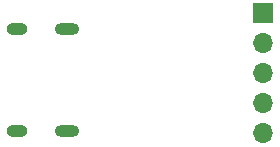
<source format=gbs>
G04 #@! TF.GenerationSoftware,KiCad,Pcbnew,8.0.7*
G04 #@! TF.CreationDate,2025-01-24T00:56:05+09:00*
G04 #@! TF.ProjectId,ch340_silial_release,63683334-305f-4736-996c-69616c5f7265,rev?*
G04 #@! TF.SameCoordinates,Original*
G04 #@! TF.FileFunction,Soldermask,Bot*
G04 #@! TF.FilePolarity,Negative*
%FSLAX46Y46*%
G04 Gerber Fmt 4.6, Leading zero omitted, Abs format (unit mm)*
G04 Created by KiCad (PCBNEW 8.0.7) date 2025-01-24 00:56:05*
%MOMM*%
%LPD*%
G01*
G04 APERTURE LIST*
%ADD10O,2.100000X1.000000*%
%ADD11O,1.800000X1.000000*%
%ADD12R,1.700000X1.700000*%
%ADD13O,1.700000X1.700000*%
G04 APERTURE END LIST*
D10*
X108020000Y-55690000D03*
D11*
X103820000Y-55690000D03*
D10*
X108020000Y-64330000D03*
D11*
X103820000Y-64330000D03*
D12*
X124650000Y-54410000D03*
D13*
X124650000Y-56950000D03*
X124650000Y-59490000D03*
X124650000Y-62030000D03*
X124650000Y-64570000D03*
M02*

</source>
